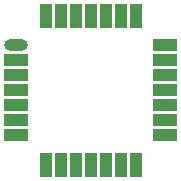
<source format=gtp>
%FSAX43Y43*%
%MOMM*%
G71*
G01*
G75*
G04 Layer_Color=8421504*
%ADD10O,2.000X1.000*%
%ADD11R,2.000X1.000*%
%ADD12R,1.000X2.000*%
%ADD13C,0.700*%
%ADD14C,0.254*%
%ADD15C,0.300*%
%ADD16R,2.000X2.000*%
%ADD17C,2.000*%
%ADD18C,1.500*%
%ADD19R,1.500X1.500*%
%ADD20R,1.500X1.500*%
%ADD21C,1.200*%
%ADD22C,1.400*%
%ADD23C,1.600*%
%ADD24C,6.000*%
%ADD25C,0.200*%
%ADD26C,0.127*%
D10*
X0047244Y0058801D02*
D03*
D11*
Y0057531D02*
D03*
Y0056261D02*
D03*
Y0054991D02*
D03*
Y0053721D02*
D03*
Y0052451D02*
D03*
Y0051181D02*
D03*
X0059864D02*
D03*
Y0052451D02*
D03*
Y0053721D02*
D03*
Y0054991D02*
D03*
Y0056261D02*
D03*
Y0057531D02*
D03*
Y0058801D02*
D03*
D12*
X0049744Y0048681D02*
D03*
X0051014D02*
D03*
X0052284D02*
D03*
X0053554D02*
D03*
X0054824D02*
D03*
X0056094D02*
D03*
X0057364D02*
D03*
Y0061301D02*
D03*
X0056094D02*
D03*
X0054824D02*
D03*
X0053554D02*
D03*
X0052284D02*
D03*
X0051014D02*
D03*
X0049744D02*
D03*
M02*

</source>
